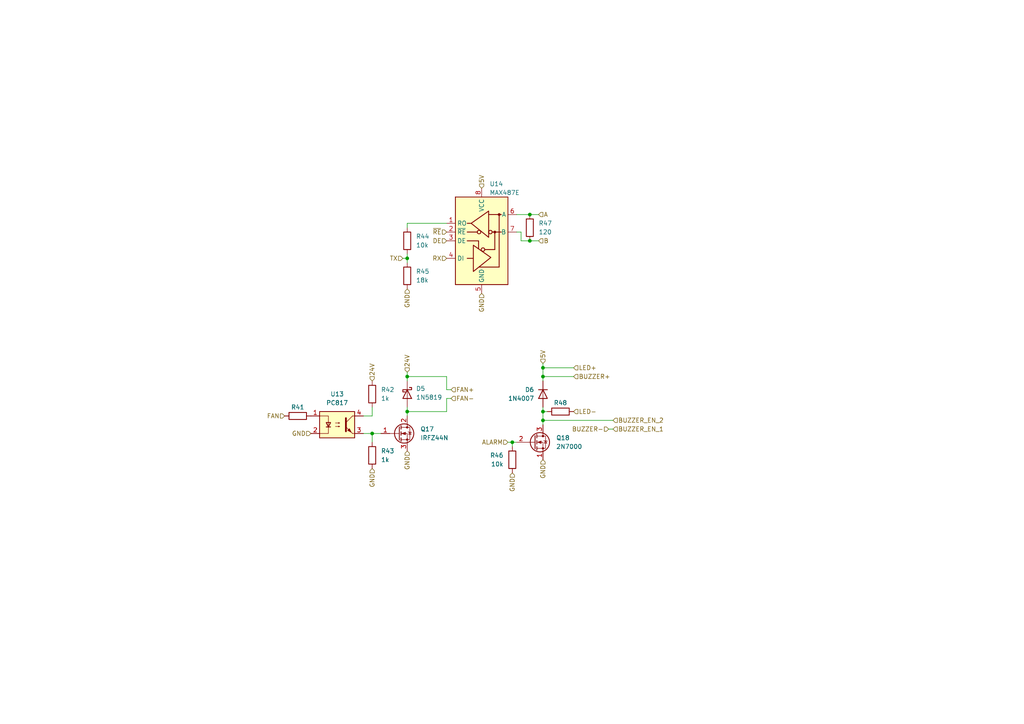
<source format=kicad_sch>
(kicad_sch (version 20231120) (generator "eeschema") (generator_version "8.0")
  (paper "A4")
  (title_block (title "Domoticata main control unit") (date "2024-07-14") (rev "0.1") (company "Davide Scalisi"))
  (lib_symbols
    (symbol "Device:R" (pin_numbers hide) (pin_names (offset 0))
      (property "Reference" "R" (at 2.032 0 90))
      (property "Value" "R" (at 0 0 90))
      (symbol "R_0_1"
        (rectangle (start -1.016 -2.54) (end 1.016 2.54) (stroke (width 0.254)))
      )
      (symbol "R_1_1"
        (pin passive line (at 0 3.81 270) (length 1.27) (name "~") (number "1"))
        (pin passive line (at 0 -3.81 90) (length 1.27) (name "~") (number "2"))
      )
    )
    (symbol "Diode:1N4007" (pin_numbers hide) (pin_names hide)
      (property "Reference" "D" (at 0 2.54 0))
      (property "Value" "1N4007" (at 0 -2.54 0))
      (symbol "1N4007_0_1"
        (polyline (pts (xy -1.27 1.27) (xy -1.27 -1.27)) (stroke (width 0.254)))
        (polyline (pts (xy 1.27 0) (xy -1.27 0)))
        (polyline (pts (xy 1.27 1.27) (xy 1.27 -1.27) (xy -1.27 0) (xy 1.27 1.27)) (stroke (width 0.254)))
      )
      (symbol "1N4007_1_1"
        (pin passive line (at -3.81 0 0) (length 2.54) (name "K") (number "1"))
        (pin passive line (at 3.81 0 180) (length 2.54) (name "A") (number "2"))
      )
    )
    (symbol "Diode:1N5819" (pin_numbers hide) (pin_names (offset 1.016) hide)
      (property "Reference" "D" (at 0 2.54 0))
      (property "Value" "1N5819" (at 0 -2.54 0))
      (symbol "1N5819_0_1"
        (polyline (pts (xy 1.27 0) (xy -1.27 0)))
        (polyline (pts (xy 1.27 1.27) (xy 1.27 -1.27) (xy -1.27 0) (xy 1.27 1.27)) (stroke (width 0.254)))
        (polyline (pts (xy -1.905 0.635) (xy -1.905 1.27) (xy -1.27 1.27) (xy -1.27 -1.27) (xy -0.635 -1.27) (xy -0.635 -0.635)) (stroke (width 0.254)))
      )
      (symbol "1N5819_1_1"
        (pin passive line (at -3.81 0 0) (length 2.54) (name "K") (number "1"))
        (pin passive line (at 3.81 0 180) (length 2.54) (name "A") (number "2"))
      )
    )
    (symbol "Interface_UART:MAX487E"
      (property "Reference" "U" (at -6.985 13.97 0))
      (property "Value" "MAX487E" (at 1.27 13.97 0))
      (symbol "MAX487E_0_1"
        (rectangle (start -7.62 12.7) (end 7.62 -12.7) (stroke (width 0.254)) (fill (type background)))
        (polyline (pts (xy -4.191 2.54) (xy -1.27 2.54)) (stroke (width 0.254)))
        (polyline (pts (xy -2.54 -5.08) (xy -4.191 -5.08)) (stroke (width 0.254)))
        (polyline (pts (xy -0.635 -7.62) (xy 5.08 -7.62)) (stroke (width 0.254)))
        (polyline (pts (xy 0.889 -2.54) (xy 3.81 -2.54)) (stroke (width 0.254)))
        (polyline (pts (xy 2.032 7.62) (xy 5.715 7.62)) (stroke (width 0.254)))
        (polyline (pts (xy 3.048 2.54) (xy 5.715 2.54)) (stroke (width 0.254)))
        (polyline (pts (xy 3.81 -2.54) (xy 3.81 2.54)) (stroke (width 0.254)))
        (polyline (pts (xy 5.08 -7.62) (xy 5.08 7.62)) (stroke (width 0.254)))
        (polyline (pts (xy -4.191 0) (xy -0.889 0) (xy -0.889 -2.286)) (stroke (width 0.254)))
        (polyline (pts (xy -3.175 5.08) (xy -4.191 5.08) (xy -4.064 5.08)) (stroke (width 0.254)))
        (polyline (pts (xy -2.413 -5.08) (xy -2.413 -1.27) (xy 2.667 -4.826) (xy -2.413 -8.89) (xy -2.413 -5.08)) (stroke (width 0.254)))
        (circle (center 0.381 -2.54) (radius 0.508) (stroke (width 0.254)))
        (circle (center 3.81 2.54) (radius 0.2794) (stroke (width 0.254)) (fill (type outline)))
      )
      (symbol "MAX487E_1_1"
        (circle (center -0.762 2.54) (radius 0.508) (stroke (width 0.254)))
        (polyline (pts (xy 2.032 4.826) (xy 2.032 8.636) (xy -3.048 5.08) (xy 2.032 1.016) (xy 2.032 4.826)) (stroke (width 0.254)))
        (circle (center 2.54 2.54) (radius 0.508) (stroke (width 0.254)))
        (circle (center 5.08 7.62) (radius 0.2794) (stroke (width 0.254)) (fill (type outline)))
        (pin output line (at -10.16 5.08 0) (length 2.54) (name "RO") (number "1"))
        (pin input line (at -10.16 2.54 0) (length 2.54) (name "~{RE}") (number "2"))
        (pin input line (at -10.16 0 0) (length 2.54) (name "DE") (number "3"))
        (pin input line (at -10.16 -5.08 0) (length 2.54) (name "DI") (number "4"))
        (pin power_in line (at 0 -15.24 90) (length 2.54) (name "GND") (number "5"))
        (pin bidirectional line (at 10.16 7.62 180) (length 2.54) (name "A") (number "6"))
        (pin bidirectional line (at 10.16 2.54 180) (length 2.54) (name "B") (number "7"))
        (pin power_in line (at 0 15.24 270) (length 2.54) (name "VCC") (number "8"))
      )
    )
    (symbol "Isolator:PC817" (pin_names (offset 1.016))
      (property "Reference" "U" (at -5.08 5.08 0))
      (property "Value" "PC817" (at 0 5.08 0))
      (symbol "PC817_0_1"
        (rectangle (start -5.08 3.81) (end 5.08 -3.81) (stroke (width 0.254)) (fill (type background)))
        (polyline (pts (xy -3.175 -0.635) (xy -1.905 -0.635)) (stroke (width 0.254)))
        (polyline (pts (xy 2.54 0.635) (xy 4.445 2.54)))
        (polyline (pts (xy 4.445 -2.54) (xy 2.54 -0.635)) (fill (type outline)))
        (polyline (pts (xy 4.445 -2.54) (xy 5.08 -2.54)))
        (polyline (pts (xy 4.445 2.54) (xy 5.08 2.54)))
        (polyline (pts (xy -5.08 2.54) (xy -2.54 2.54) (xy -2.54 -0.635)))
        (polyline (pts (xy -2.54 -0.635) (xy -2.54 -2.54) (xy -5.08 -2.54)))
        (polyline (pts (xy 2.54 1.905) (xy 2.54 -1.905) (xy 2.54 -1.905)) (stroke (width 0.508)))
        (polyline (pts (xy -2.54 -0.635) (xy -3.175 0.635) (xy -1.905 0.635) (xy -2.54 -0.635)) (stroke (width 0.254)))
        (polyline (pts (xy -0.508 -0.508) (xy 0.762 -0.508) (xy 0.381 -0.635) (xy 0.381 -0.381) (xy 0.762 -0.508)))
        (polyline (pts (xy -0.508 0.508) (xy 0.762 0.508) (xy 0.381 0.381) (xy 0.381 0.635) (xy 0.762 0.508)))
        (polyline (pts (xy 3.048 -1.651) (xy 3.556 -1.143) (xy 4.064 -2.159) (xy 3.048 -1.651) (xy 3.048 -1.651)) (fill (type outline)))
      )
      (symbol "PC817_1_1"
        (pin passive line (at -7.62 2.54 0) (length 2.54) (name "~") (number "1"))
        (pin passive line (at -7.62 -2.54 0) (length 2.54) (name "~") (number "2"))
        (pin passive line (at 7.62 -2.54 180) (length 2.54) (name "~") (number "3"))
        (pin passive line (at 7.62 2.54 180) (length 2.54) (name "~") (number "4"))
      )
    )
    (symbol "Transistor_FET:2N7000" (pin_names hide)
      (property "Reference" "Q" (at 5.08 1.905 0))
      (property "Value" "2N7000" (at 5.08 0 0))
      (symbol "2N7000_0_1"
        (polyline (pts (xy 0.254 0) (xy -2.54 0)))
        (polyline (pts (xy 0.254 1.905) (xy 0.254 -1.905)) (stroke (width 0.254)))
        (polyline (pts (xy 0.762 -1.27) (xy 0.762 -2.286)) (stroke (width 0.254)))
        (polyline (pts (xy 0.762 0.508) (xy 0.762 -0.508)) (stroke (width 0.254)))
        (polyline (pts (xy 0.762 2.286) (xy 0.762 1.27)) (stroke (width 0.254)))
        (polyline (pts (xy 2.54 2.54) (xy 2.54 1.778)))
        (polyline (pts (xy 2.54 -2.54) (xy 2.54 0) (xy 0.762 0)))
        (polyline (pts (xy 0.762 -1.778) (xy 3.302 -1.778) (xy 3.302 1.778) (xy 0.762 1.778)))
        (polyline (pts (xy 1.016 0) (xy 2.032 0.381) (xy 2.032 -0.381) (xy 1.016 0)) (fill (type outline)))
        (polyline (pts (xy 2.794 0.508) (xy 2.921 0.381) (xy 3.683 0.381) (xy 3.81 0.254)))
        (polyline (pts (xy 3.302 0.381) (xy 2.921 -0.254) (xy 3.683 -0.254) (xy 3.302 0.381)))
        (circle (center 1.651 0) (radius 2.794) (stroke (width 0.254)))
        (circle (center 2.54 -1.778) (radius 0.254) (fill (type outline)))
        (circle (center 2.54 1.778) (radius 0.254) (fill (type outline)))
      )
      (symbol "2N7000_1_1"
        (pin passive line (at 2.54 -5.08 90) (length 2.54) (name "S") (number "1"))
        (pin input line (at -5.08 0 0) (length 2.54) (name "G") (number "2"))
        (pin passive line (at 2.54 5.08 270) (length 2.54) (name "D") (number "3"))
      )
    )
    (symbol "Transistor_FET:IRF540N" (pin_names hide)
      (property "Reference" "Q" (at 5.08 1.905 0))
      (property "Value" "IRF540N" (at 5.08 0 0))
      (symbol "IRF540N_0_1"
        (polyline (pts (xy 0.254 0) (xy -2.54 0)))
        (polyline (pts (xy 0.254 1.905) (xy 0.254 -1.905)) (stroke (width 0.254)))
        (polyline (pts (xy 0.762 -1.27) (xy 0.762 -2.286)) (stroke (width 0.254)))
        (polyline (pts (xy 0.762 0.508) (xy 0.762 -0.508)) (stroke (width 0.254)))
        (polyline (pts (xy 0.762 2.286) (xy 0.762 1.27)) (stroke (width 0.254)))
        (polyline (pts (xy 2.54 2.54) (xy 2.54 1.778)))
        (polyline (pts (xy 2.54 -2.54) (xy 2.54 0) (xy 0.762 0)))
        (polyline (pts (xy 0.762 -1.778) (xy 3.302 -1.778) (xy 3.302 1.778) (xy 0.762 1.778)))
        (polyline (pts (xy 1.016 0) (xy 2.032 0.381) (xy 2.032 -0.381) (xy 1.016 0)) (fill (type outline)))
        (polyline (pts (xy 2.794 0.508) (xy 2.921 0.381) (xy 3.683 0.381) (xy 3.81 0.254)))
        (polyline (pts (xy 3.302 0.381) (xy 2.921 -0.254) (xy 3.683 -0.254) (xy 3.302 0.381)))
        (circle (center 1.651 0) (radius 2.794) (stroke (width 0.254)))
        (circle (center 2.54 -1.778) (radius 0.254) (fill (type outline)))
        (circle (center 2.54 1.778) (radius 0.254) (fill (type outline)))
      )
      (symbol "IRF540N_1_1"
        (pin input line (at -5.08 0 0) (length 2.54) (name "G") (number "1"))
        (pin passive line (at 2.54 5.08 270) (length 2.54) (name "D") (number "2"))
        (pin passive line (at 2.54 -5.08 90) (length 2.54) (name "S") (number "3"))
      )
    )
  )
  (junction (at 148.59 128.27))
  (junction (at 157.48 119.38))
  (junction (at 118.11 74.93))
  (junction (at 118.11 119.38))
  (junction (at 153.67 69.85))
  (junction (at 118.11 109.22))
  (junction (at 107.95 125.73))
  (junction (at 153.67 62.23))
  (junction (at 157.48 106.68))
  (junction (at 157.48 121.92))
  (junction (at 157.48 109.22))
  (wire (pts (xy 157.48 118.11) (xy 157.48 119.38)))
  (wire (pts (xy 118.11 118.11) (xy 118.11 119.38)))
  (wire (pts (xy 157.48 109.22) (xy 166.37 109.22)))
  (wire (pts (xy 149.86 128.27) (xy 148.59 128.27)))
  (wire (pts (xy 118.11 74.93) (xy 118.11 76.2)))
  (wire (pts (xy 118.11 64.77) (xy 129.54 64.77)))
  (wire (pts (xy 130.81 115.57) (xy 129.54 115.57)))
  (wire (pts (xy 157.48 106.68) (xy 166.37 106.68)))
  (wire (pts (xy 118.11 73.66) (xy 118.11 74.93)))
  (wire (pts (xy 130.81 113.03) (xy 129.54 113.03)))
  (wire (pts (xy 129.54 115.57) (xy 129.54 119.38)))
  (wire (pts (xy 107.95 128.27) (xy 107.95 125.73)))
  (wire (pts (xy 157.48 109.22) (xy 157.48 110.49)))
  (wire (pts (xy 129.54 113.03) (xy 129.54 109.22)))
  (wire (pts (xy 118.11 107.95) (xy 118.11 109.22)))
  (wire (pts (xy 157.48 105.41) (xy 157.48 106.68)))
  (wire (pts (xy 153.67 62.23) (xy 156.21 62.23)))
  (wire (pts (xy 176.53 124.46) (xy 177.8 124.46)))
  (wire (pts (xy 118.11 119.38) (xy 118.11 120.65)))
  (wire (pts (xy 118.11 109.22) (xy 129.54 109.22)))
  (wire (pts (xy 105.41 125.73) (xy 107.95 125.73)))
  (wire (pts (xy 151.13 67.31) (xy 149.86 67.31)))
  (wire (pts (xy 129.54 119.38) (xy 118.11 119.38)))
  (wire (pts (xy 149.86 62.23) (xy 153.67 62.23)))
  (wire (pts (xy 118.11 109.22) (xy 118.11 110.49)))
  (wire (pts (xy 157.48 106.68) (xy 157.48 109.22)))
  (wire (pts (xy 116.84 74.93) (xy 118.11 74.93)))
  (wire (pts (xy 157.48 119.38) (xy 158.75 119.38)))
  (wire (pts (xy 157.48 121.92) (xy 157.48 123.19)))
  (wire (pts (xy 151.13 69.85) (xy 153.67 69.85)))
  (wire (pts (xy 151.13 69.85) (xy 151.13 67.31)))
  (wire (pts (xy 153.67 69.85) (xy 156.21 69.85)))
  (wire (pts (xy 157.48 119.38) (xy 157.48 121.92)))
  (wire (pts (xy 157.48 121.92) (xy 177.8 121.92)))
  (wire (pts (xy 147.32 128.27) (xy 148.59 128.27)))
  (wire (pts (xy 118.11 66.04) (xy 118.11 64.77)))
  (wire (pts (xy 107.95 118.11) (xy 107.95 120.65)))
  (wire (pts (xy 107.95 125.73) (xy 110.49 125.73)))
  (wire (pts (xy 107.95 120.65) (xy 105.41 120.65)))
  (wire (pts (xy 148.59 128.27) (xy 148.59 129.54)))
  (hierarchical_label "24V" (shape input) (at 107.95 110.49 90))
  (hierarchical_label "DE" (shape input) (at 129.54 69.85 180))
  (hierarchical_label "GND" (shape input) (at 148.59 137.16 270))
  (hierarchical_label "GND" (shape input) (at 139.7 85.09 270))
  (hierarchical_label "BUZZER_EN_2" (shape input) (at 177.8 121.92 0))
  (hierarchical_label "GND" (shape input) (at 107.95 135.89 270))
  (hierarchical_label "5V" (shape input) (at 139.7 54.61 90))
  (hierarchical_label "GND" (shape input) (at 118.11 83.82 270))
  (hierarchical_label "B" (shape input) (at 156.21 69.85 0))
  (hierarchical_label "FAN" (shape input) (at 82.55 120.65 180))
  (hierarchical_label "BUZZER+" (shape input) (at 166.37 109.22 0))
  (hierarchical_label "GND" (shape input) (at 90.17 125.73 180))
  (hierarchical_label "24V" (shape input) (at 118.11 107.95 90))
  (hierarchical_label "~{RE}" (shape input) (at 129.54 67.31 180))
  (hierarchical_label "ALARM" (shape input) (at 147.32 128.27 180))
  (hierarchical_label "LED+" (shape input) (at 166.37 106.68 0))
  (hierarchical_label "LED-" (shape input) (at 166.37 119.38 0))
  (hierarchical_label "GND" (shape input) (at 118.11 130.81 270))
  (hierarchical_label "BUZZER_EN_1" (shape input) (at 177.8 124.46 0))
  (hierarchical_label "TX" (shape input) (at 116.84 74.93 180))
  (hierarchical_label "A" (shape input) (at 156.21 62.23 0))
  (hierarchical_label "FAN-" (shape input) (at 130.81 115.57 0))
  (hierarchical_label "5V" (shape input) (at 157.48 105.41 90))
  (hierarchical_label "FAN+" (shape input) (at 130.81 113.03 0))
  (hierarchical_label "RX" (shape input) (at 129.54 74.93 180))
  (hierarchical_label "BUZZER-" (shape input) (at 176.53 124.46 180))
  (hierarchical_label "GND" (shape input) (at 157.48 133.35 270))
  (symbol (lib_id "Diode:1N4007") (at 157.48 114.3 90) (mirror x) (unit 1)
    (property "Reference" "D6" (at 154.94 113.0299 90) (effects (justify left)))
    (property "Value" "1N4007" (at 154.94 115.5699 90) (effects (justify left)))
    (property "Footprint" "Diode_THT:D_DO-41_SOD81_P7.62mm_Horizontal" (effects (hide yes)))
    (property "Datasheet" "http://www.vishay.com/docs/88503/1n4001.pdf" (effects (hide yes)))
    (property "Description" "1000V 1A General Purpose Rectifier Diode, DO-41" (effects (hide yes)))
    (property "Sim.Device" "D" (effects (hide yes)))
    (property "Sim.Pins" "1=K 2=A" (effects (hide yes)))
  )
  (symbol (lib_id "Device:R") (at 153.67 66.04 0) (unit 1)
    (property "Reference" "R47" (at 156.21 64.7699 0) (effects (justify left)))
    (property "Value" "120" (at 156.21 67.3099 0) (effects (justify left)))
    (property "Footprint" "Resistor_THT:R_Axial_DIN0207_L6.3mm_D2.5mm_P7.62mm_Horizontal" (effects (hide yes)))
    (property "Description" "Resistor" (effects (hide yes)))
  )
  (symbol (lib_id "Device:R") (at 162.56 119.38 90) (unit 1)
    (property "Reference" "R48" (at 162.56 116.84 90))
    (property "Value" "R" (effects (hide yes)))
    (property "Footprint" "Resistor_THT:R_Axial_DIN0207_L6.3mm_D2.5mm_P7.62mm_Horizontal" (effects (hide yes)))
    (property "Description" "Resistor" (effects (hide yes)))
  )
  (symbol (lib_id "Device:R") (at 118.11 69.85 180) (unit 1)
    (property "Reference" "R44" (at 120.65 68.5799 0) (effects (justify right)))
    (property "Value" "10k" (at 120.65 71.1199 0) (effects (justify right)))
    (property "Footprint" "Resistor_THT:R_Axial_DIN0207_L6.3mm_D2.5mm_P7.62mm_Horizontal" (effects (hide yes)))
    (property "Description" "Resistor" (effects (hide yes)))
  )
  (symbol (lib_id "Isolator:PC817") (at 97.79 123.19 0) (unit 1)
    (property "Reference" "U13" (at 97.79 114.3 0))
    (property "Value" "PC817" (at 97.79 116.84 0))
    (property "Footprint" "Package_DIP:DIP-4_W7.62mm" (effects (hide yes)))
    (property "Datasheet" "http://www.soselectronic.cz/a_info/resource/d/pc817.pdf" (effects (hide yes)))
    (property "Description" "DC Optocoupler, Vce 35V, CTR 50-300%, DIP-4" (effects (hide yes)))
  )
  (symbol (lib_id "Device:R") (at 148.59 133.35 0) (mirror y) (unit 1)
    (property "Reference" "R46" (at 146.05 132.0799 0) (effects (justify left)))
    (property "Value" "10k" (at 146.05 134.6199 0) (effects (justify left)))
    (property "Footprint" "Resistor_THT:R_Axial_DIN0207_L6.3mm_D2.5mm_P7.62mm_Horizontal" (effects (hide yes)))
    (property "Description" "Resistor" (effects (hide yes)))
  )
  (symbol (lib_id "Device:R") (at 86.36 120.65 90) (unit 1)
    (property "Reference" "R41" (at 86.36 118.11 90))
    (property "Value" "R" (effects (hide yes)))
    (property "Footprint" "Resistor_THT:R_Axial_DIN0207_L6.3mm_D2.5mm_P7.62mm_Horizontal" (effects (hide yes)))
    (property "Description" "Resistor" (effects (hide yes)))
  )
  (symbol (lib_id "Diode:1N5819") (at 118.11 114.3 270) (unit 1)
    (property "Reference" "D5" (at 120.65 112.7124 90) (effects (justify left)))
    (property "Value" "1N5819" (at 120.65 115.2524 90) (effects (justify left)))
    (property "Footprint" "Diode_THT:D_DO-41_SOD81_P7.62mm_Horizontal" (effects (hide yes)))
    (property "Datasheet" "http://www.vishay.com/docs/88525/1n5817.pdf" (effects (hide yes)))
    (property "Description" "40V 1A Schottky Barrier Rectifier Diode, DO-41" (effects (hide yes)))
  )
  (symbol (lib_id "Device:R") (at 107.95 132.08 0) (unit 1)
    (property "Reference" "R43" (at 110.49 130.8099 0) (effects (justify left)))
    (property "Value" "1k" (at 110.49 133.3499 0) (effects (justify left)))
    (property "Footprint" "Resistor_THT:R_Axial_DIN0207_L6.3mm_D2.5mm_P7.62mm_Horizontal" (effects (hide yes)))
    (property "Description" "Resistor" (effects (hide yes)))
  )
  (symbol (lib_id "Transistor_FET:IRF540N") (at 115.57 125.73 0) (unit 1)
    (property "Reference" "Q17" (at 121.92 124.4599 0) (effects (justify left)))
    (property "Value" "IRFZ44N" (at 121.92 126.9999 0) (effects (justify left)))
    (property "Footprint" "Package_TO_SOT_THT:TO-220-3_Vertical" (effects (hide yes)))
  )
  (symbol (lib_id "Interface_UART:MAX487E") (at 139.7 69.85 0) (unit 1)
    (property "Reference" "U14" (at 141.986 53.34 0) (effects (justify left)))
    (property "Value" "MAX487E" (at 141.986 55.88 0) (effects (justify left)))
    (property "Footprint" "Package_DIP:DIP-8_W7.62mm_Socket" (effects (hide yes)))
    (property "Datasheet" "https://datasheets.maximintegrated.com/en/ds/MAX1487E-MAX491E.pdf" (effects (hide yes)))
    (property "Description" "Half duplex RS-485/RS-422, 0.25 Mbps, ±15kV electro-static discharge (ESD) protection, with slew-rate, with low-power shutdown, with receiver/driver enable, 128 receiver drive capability, DIP-8 and SOIC-8" (effects (hide yes)))
  )
  (symbol (lib_id "Device:R") (at 107.95 114.3 0) (unit 1)
    (property "Reference" "R42" (at 110.49 113.0299 0) (effects (justify left)))
    (property "Value" "1k" (at 110.49 115.5699 0) (effects (justify left)))
    (property "Footprint" "Resistor_THT:R_Axial_DIN0207_L6.3mm_D2.5mm_P7.62mm_Horizontal" (effects (hide yes)))
    (property "Description" "Resistor" (effects (hide yes)))
  )
  (symbol (lib_id "Device:R") (at 118.11 80.01 180) (unit 1)
    (property "Reference" "R45" (at 120.65 78.7399 0) (effects (justify right)))
    (property "Value" "18k" (at 120.65 81.2799 0) (effects (justify right)))
    (property "Footprint" "Resistor_THT:R_Axial_DIN0207_L6.3mm_D2.5mm_P7.62mm_Horizontal" (effects (hide yes)))
    (property "Description" "Resistor" (effects (hide yes)))
  )
  (symbol (lib_id "Transistor_FET:2N7000") (at 154.94 128.27 0) (unit 1)
    (property "Reference" "Q18" (at 161.29 126.9999 0) (effects (justify left)))
    (property "Value" "2N7000" (at 161.29 129.5399 0) (effects (justify left)))
    (property "Footprint" "Package_TO_SOT_THT:TO-92_Inline" (effects (hide yes)))
    (property "Datasheet" "https://www.vishay.com/docs/70226/70226.pdf" (effects (hide yes)))
    (property "Description" "0.2A Id, 200V Vds, N-Channel MOSFET, 2.6V Logic Level, TO-92" (effects (hide yes)))
  )
)
</source>
